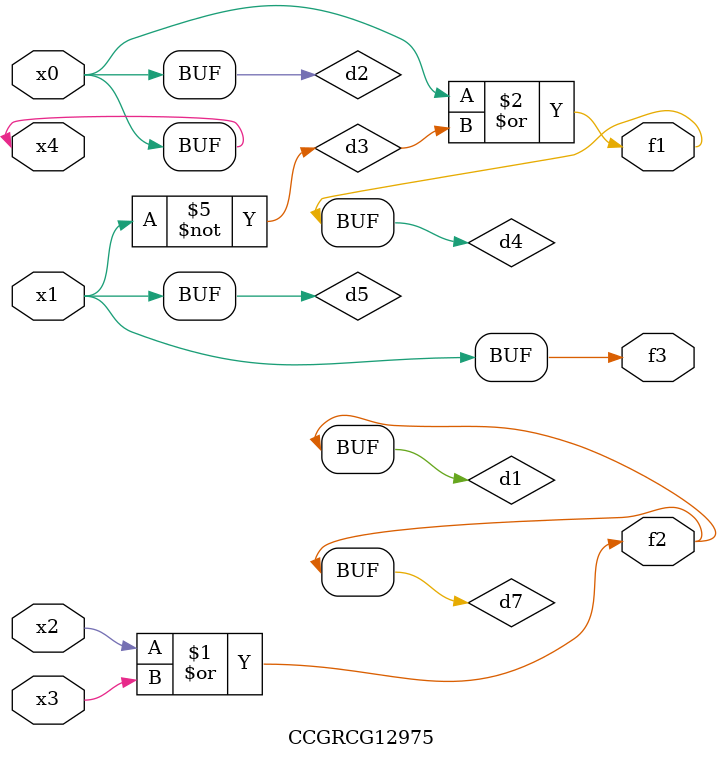
<source format=v>
module CCGRCG12975(
	input x0, x1, x2, x3, x4,
	output f1, f2, f3
);

	wire d1, d2, d3, d4, d5, d6, d7;

	or (d1, x2, x3);
	buf (d2, x0, x4);
	not (d3, x1);
	or (d4, d2, d3);
	not (d5, d3);
	nand (d6, d1, d3);
	or (d7, d1);
	assign f1 = d4;
	assign f2 = d7;
	assign f3 = d5;
endmodule

</source>
